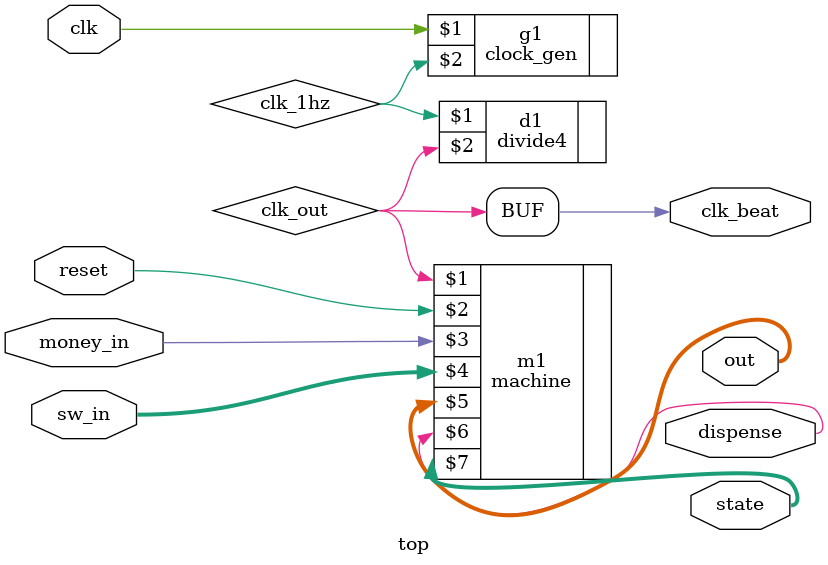
<source format=v>
`timescale 1ns / 1ps


module top(clk, reset, money_in, sw_in, out, dispense, state, clk_beat);

    input       clk;
    input       reset;
    input       money_in;
    input       [1:0] sw_in;
    output      [1:0] out;
    output      dispense;
    output      [2:0] state;
    output      clk_beat;
    
    
    wire clk_1hz;
    wire clk_out;
    
//                  (clk_in,    clk_out)
    clock_gen   g1  (clk,       clk_1hz);     
    
//                  (clk_in,    clk_out)
    divide4     d1  (clk_1hz,   clk_out);
    
//                  clk,        reset,  money_in,   in,     out, dispense,  state);
    machine     m1  (clk_out,   reset,  money_in,   sw_in,  out, dispense,  state);

    assign  clk_beat = clk_out;

endmodule

</source>
